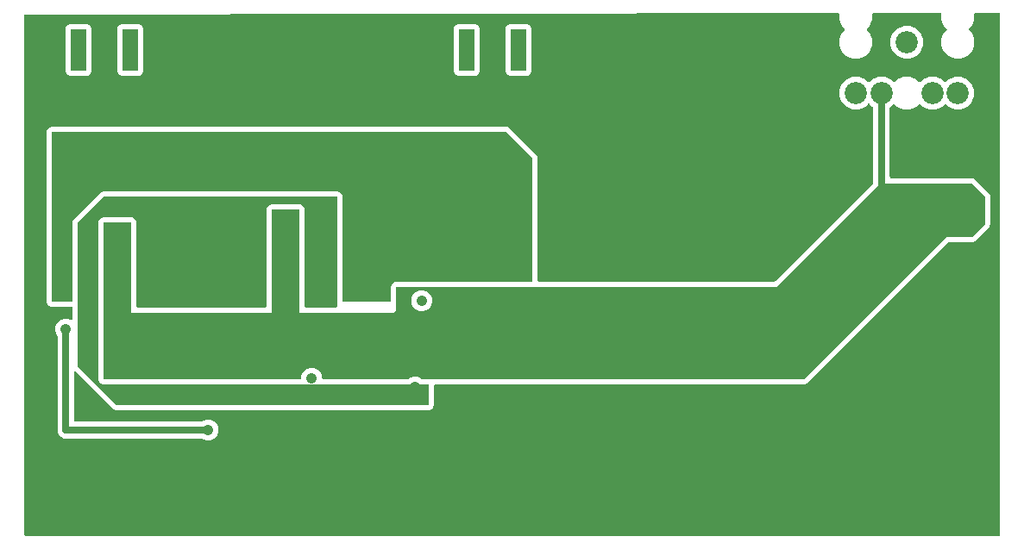
<source format=gbr>
G04 EAGLE Gerber RS-274X export*
G75*
%MOMM*%
%FSLAX34Y34*%
%LPD*%
%INBottom Copper*%
%IPPOS*%
%AMOC8*
5,1,8,0,0,1.08239X$1,22.5*%
G01*
%ADD10C,2.184400*%
%ADD11R,1.524000X4.064000*%
%ADD12C,1.041400*%
%ADD13C,0.635000*%

G36*
X966582Y10169D02*
X966582Y10169D01*
X966640Y10167D01*
X966722Y10189D01*
X966806Y10201D01*
X966859Y10224D01*
X966915Y10239D01*
X966988Y10282D01*
X967065Y10317D01*
X967110Y10355D01*
X967160Y10384D01*
X967218Y10446D01*
X967282Y10500D01*
X967314Y10549D01*
X967354Y10592D01*
X967393Y10667D01*
X967440Y10737D01*
X967457Y10793D01*
X967484Y10845D01*
X967495Y10913D01*
X967525Y11008D01*
X967528Y11108D01*
X967539Y11176D01*
X967539Y522720D01*
X967531Y522778D01*
X967532Y522837D01*
X967511Y522918D01*
X967499Y523001D01*
X967475Y523055D01*
X967460Y523112D01*
X967417Y523184D01*
X967383Y523260D01*
X967345Y523306D01*
X967315Y523356D01*
X967253Y523414D01*
X967200Y523477D01*
X967150Y523510D01*
X967107Y523551D01*
X967033Y523589D01*
X966963Y523635D01*
X966907Y523653D01*
X966854Y523680D01*
X966786Y523691D01*
X966692Y523721D01*
X966591Y523723D01*
X966523Y523735D01*
X943475Y523705D01*
X943417Y523697D01*
X943360Y523698D01*
X943277Y523677D01*
X943193Y523665D01*
X943140Y523641D01*
X943085Y523626D01*
X943012Y523583D01*
X942934Y523548D01*
X942890Y523511D01*
X942840Y523481D01*
X942782Y523419D01*
X942717Y523364D01*
X942685Y523316D01*
X942646Y523274D01*
X942607Y523198D01*
X942560Y523127D01*
X942543Y523072D01*
X942516Y523021D01*
X942505Y522952D01*
X942474Y522856D01*
X942472Y522757D01*
X942461Y522690D01*
X942461Y517085D01*
X940000Y511146D01*
X937373Y508518D01*
X937338Y508471D01*
X937295Y508431D01*
X937252Y508358D01*
X937202Y508291D01*
X937181Y508236D01*
X937151Y508186D01*
X937131Y508104D01*
X937101Y508025D01*
X937096Y507967D01*
X937081Y507910D01*
X937084Y507826D01*
X937077Y507742D01*
X937088Y507684D01*
X937090Y507626D01*
X937116Y507546D01*
X937133Y507463D01*
X937160Y507411D01*
X937178Y507355D01*
X937218Y507299D01*
X937264Y507211D01*
X937333Y507138D01*
X937373Y507082D01*
X940000Y504454D01*
X942461Y498515D01*
X942461Y492085D01*
X940000Y486146D01*
X935454Y481600D01*
X929515Y479139D01*
X923085Y479139D01*
X917146Y481600D01*
X912600Y486146D01*
X910139Y492085D01*
X910139Y498515D01*
X912600Y504454D01*
X915227Y507082D01*
X915262Y507129D01*
X915305Y507169D01*
X915348Y507242D01*
X915398Y507309D01*
X915419Y507364D01*
X915449Y507414D01*
X915469Y507496D01*
X915499Y507575D01*
X915504Y507633D01*
X915519Y507690D01*
X915516Y507774D01*
X915523Y507858D01*
X915512Y507916D01*
X915510Y507974D01*
X915484Y508054D01*
X915467Y508137D01*
X915440Y508189D01*
X915422Y508245D01*
X915382Y508301D01*
X915336Y508389D01*
X915267Y508462D01*
X915227Y508518D01*
X912600Y511146D01*
X910139Y517085D01*
X910139Y522645D01*
X910131Y522703D01*
X910132Y522763D01*
X910111Y522844D01*
X910099Y522926D01*
X910075Y522980D01*
X910060Y523038D01*
X910017Y523109D01*
X909983Y523186D01*
X909945Y523231D01*
X909915Y523282D01*
X909853Y523339D01*
X909800Y523403D01*
X909750Y523436D01*
X909707Y523476D01*
X909633Y523514D01*
X909563Y523560D01*
X909507Y523578D01*
X909454Y523605D01*
X909386Y523616D01*
X909292Y523646D01*
X909191Y523649D01*
X909123Y523660D01*
X843475Y523575D01*
X843417Y523567D01*
X843360Y523568D01*
X843277Y523547D01*
X843193Y523535D01*
X843140Y523511D01*
X843085Y523496D01*
X843012Y523453D01*
X842934Y523418D01*
X842890Y523381D01*
X842840Y523351D01*
X842782Y523289D01*
X842717Y523234D01*
X842685Y523186D01*
X842646Y523144D01*
X842607Y523068D01*
X842560Y522997D01*
X842543Y522942D01*
X842516Y522891D01*
X842505Y522822D01*
X842474Y522726D01*
X842472Y522627D01*
X842461Y522560D01*
X842461Y517085D01*
X840000Y511146D01*
X837373Y508518D01*
X837338Y508471D01*
X837295Y508431D01*
X837252Y508358D01*
X837202Y508291D01*
X837181Y508236D01*
X837151Y508186D01*
X837131Y508104D01*
X837101Y508025D01*
X837096Y507967D01*
X837081Y507910D01*
X837084Y507826D01*
X837077Y507742D01*
X837088Y507684D01*
X837090Y507626D01*
X837116Y507546D01*
X837133Y507463D01*
X837160Y507411D01*
X837178Y507355D01*
X837218Y507299D01*
X837264Y507211D01*
X837333Y507138D01*
X837373Y507082D01*
X840000Y504454D01*
X842461Y498515D01*
X842461Y492085D01*
X840000Y486146D01*
X835454Y481600D01*
X829515Y479139D01*
X823085Y479139D01*
X817146Y481600D01*
X812600Y486146D01*
X810139Y492085D01*
X810139Y498515D01*
X812600Y504454D01*
X815227Y507082D01*
X815262Y507129D01*
X815305Y507169D01*
X815348Y507242D01*
X815398Y507309D01*
X815419Y507364D01*
X815449Y507414D01*
X815469Y507496D01*
X815499Y507575D01*
X815504Y507633D01*
X815519Y507690D01*
X815516Y507774D01*
X815523Y507858D01*
X815512Y507916D01*
X815510Y507974D01*
X815484Y508054D01*
X815467Y508137D01*
X815440Y508189D01*
X815422Y508245D01*
X815382Y508301D01*
X815336Y508389D01*
X815267Y508462D01*
X815227Y508518D01*
X812600Y511146D01*
X810139Y517085D01*
X810139Y522515D01*
X810131Y522574D01*
X810132Y522633D01*
X810111Y522714D01*
X810099Y522797D01*
X810075Y522850D01*
X810060Y522908D01*
X810017Y522980D01*
X809983Y523056D01*
X809945Y523101D01*
X809915Y523152D01*
X809853Y523209D01*
X809800Y523273D01*
X809750Y523306D01*
X809707Y523346D01*
X809633Y523384D01*
X809563Y523431D01*
X809507Y523448D01*
X809454Y523475D01*
X809386Y523487D01*
X809292Y523516D01*
X809191Y523519D01*
X809123Y523530D01*
X11175Y522494D01*
X11117Y522486D01*
X11060Y522487D01*
X10977Y522466D01*
X10893Y522454D01*
X10840Y522430D01*
X10785Y522415D01*
X10712Y522372D01*
X10634Y522337D01*
X10590Y522300D01*
X10540Y522270D01*
X10482Y522208D01*
X10417Y522153D01*
X10385Y522105D01*
X10346Y522063D01*
X10307Y521987D01*
X10260Y521916D01*
X10243Y521861D01*
X10216Y521810D01*
X10205Y521741D01*
X10174Y521645D01*
X10172Y521546D01*
X10161Y521479D01*
X10161Y11176D01*
X10169Y11118D01*
X10167Y11060D01*
X10189Y10978D01*
X10201Y10894D01*
X10224Y10841D01*
X10239Y10785D01*
X10282Y10712D01*
X10317Y10635D01*
X10355Y10590D01*
X10384Y10540D01*
X10446Y10482D01*
X10500Y10418D01*
X10549Y10386D01*
X10592Y10346D01*
X10667Y10307D01*
X10737Y10260D01*
X10793Y10243D01*
X10845Y10216D01*
X10913Y10205D01*
X11008Y10175D01*
X11108Y10172D01*
X11176Y10161D01*
X966524Y10161D01*
X966582Y10169D01*
G37*
%LPC*%
G36*
X188454Y104012D02*
X188454Y104012D01*
X184672Y105579D01*
X184504Y105747D01*
X184434Y105799D01*
X184370Y105859D01*
X184321Y105885D01*
X184277Y105918D01*
X184195Y105949D01*
X184117Y105989D01*
X184070Y105997D01*
X184011Y106019D01*
X183863Y106031D01*
X183786Y106044D01*
X49158Y106044D01*
X46123Y107301D01*
X43801Y109623D01*
X42544Y112658D01*
X42544Y206606D01*
X42532Y206693D01*
X42529Y206780D01*
X42512Y206833D01*
X42504Y206888D01*
X42469Y206967D01*
X42442Y207051D01*
X42414Y207090D01*
X42388Y207147D01*
X42292Y207260D01*
X42247Y207324D01*
X42079Y207492D01*
X40512Y211274D01*
X40512Y215366D01*
X42079Y219148D01*
X44972Y222041D01*
X48754Y223608D01*
X52846Y223608D01*
X55999Y222302D01*
X56111Y222273D01*
X56220Y222238D01*
X56248Y222238D01*
X56275Y222231D01*
X56389Y222234D01*
X56504Y222231D01*
X56531Y222238D01*
X56559Y222239D01*
X56668Y222274D01*
X56779Y222303D01*
X56803Y222317D01*
X56830Y222325D01*
X56925Y222390D01*
X57024Y222448D01*
X57043Y222468D01*
X57066Y222484D01*
X57140Y222572D01*
X57218Y222655D01*
X57231Y222680D01*
X57249Y222701D01*
X57295Y222806D01*
X57348Y222909D01*
X57352Y222933D01*
X57364Y222961D01*
X57401Y223225D01*
X57403Y223240D01*
X57403Y234188D01*
X57395Y234246D01*
X57397Y234304D01*
X57375Y234386D01*
X57363Y234470D01*
X57340Y234523D01*
X57325Y234579D01*
X57282Y234652D01*
X57247Y234729D01*
X57209Y234774D01*
X57180Y234824D01*
X57118Y234882D01*
X57064Y234946D01*
X57015Y234978D01*
X56972Y235018D01*
X56897Y235057D01*
X56827Y235104D01*
X56771Y235121D01*
X56719Y235148D01*
X56651Y235159D01*
X56556Y235189D01*
X56456Y235192D01*
X56388Y235203D01*
X36887Y235203D01*
X34646Y236131D01*
X32931Y237846D01*
X32003Y240087D01*
X32003Y407613D01*
X32931Y409854D01*
X34646Y411569D01*
X36887Y412497D01*
X483813Y412497D01*
X486054Y411569D01*
X513169Y384454D01*
X514097Y382213D01*
X514097Y261112D01*
X514105Y261054D01*
X514103Y260996D01*
X514125Y260914D01*
X514137Y260830D01*
X514160Y260777D01*
X514175Y260721D01*
X514218Y260648D01*
X514253Y260571D01*
X514291Y260526D01*
X514320Y260476D01*
X514382Y260418D01*
X514436Y260354D01*
X514485Y260322D01*
X514528Y260282D01*
X514603Y260243D01*
X514673Y260196D01*
X514729Y260179D01*
X514781Y260152D01*
X514849Y260141D01*
X514944Y260111D01*
X515044Y260108D01*
X515112Y260097D01*
X746354Y260097D01*
X746441Y260109D01*
X746528Y260112D01*
X746581Y260129D01*
X746636Y260137D01*
X746715Y260172D01*
X746799Y260199D01*
X746838Y260227D01*
X746895Y260253D01*
X747008Y260349D01*
X747072Y260394D01*
X842747Y356069D01*
X842799Y356139D01*
X842859Y356203D01*
X842885Y356252D01*
X842918Y356296D01*
X842949Y356378D01*
X842989Y356456D01*
X842997Y356503D01*
X843019Y356562D01*
X843031Y356710D01*
X843044Y356787D01*
X843044Y430720D01*
X843044Y430722D01*
X843044Y430723D01*
X843024Y430864D01*
X843004Y431002D01*
X843004Y431003D01*
X843004Y431005D01*
X842946Y431132D01*
X842888Y431261D01*
X842887Y431262D01*
X842886Y431264D01*
X842795Y431371D01*
X842705Y431478D01*
X842703Y431479D01*
X842702Y431480D01*
X842689Y431488D01*
X842468Y431636D01*
X842439Y431645D01*
X842418Y431658D01*
X842235Y431734D01*
X839518Y434451D01*
X839471Y434486D01*
X839431Y434528D01*
X839358Y434571D01*
X839291Y434622D01*
X839236Y434643D01*
X839186Y434672D01*
X839104Y434693D01*
X839025Y434723D01*
X838967Y434728D01*
X838910Y434742D01*
X838826Y434740D01*
X838742Y434747D01*
X838684Y434735D01*
X838626Y434733D01*
X838546Y434707D01*
X838463Y434691D01*
X838411Y434664D01*
X838355Y434646D01*
X838299Y434606D01*
X838211Y434560D01*
X838138Y434491D01*
X838082Y434451D01*
X835365Y431734D01*
X829483Y429297D01*
X823117Y429297D01*
X817235Y431734D01*
X812734Y436235D01*
X810297Y442117D01*
X810297Y448483D01*
X812734Y454365D01*
X817235Y458866D01*
X823117Y461303D01*
X829483Y461303D01*
X835365Y458866D01*
X838082Y456149D01*
X838129Y456114D01*
X838169Y456072D01*
X838195Y456056D01*
X838212Y456040D01*
X838258Y456017D01*
X838309Y455978D01*
X838364Y455957D01*
X838414Y455928D01*
X838450Y455919D01*
X838465Y455911D01*
X838502Y455905D01*
X838575Y455877D01*
X838633Y455872D01*
X838690Y455858D01*
X838768Y455860D01*
X838796Y455855D01*
X838804Y455855D01*
X838815Y455857D01*
X838858Y455853D01*
X838916Y455865D01*
X838974Y455867D01*
X839044Y455889D01*
X839085Y455895D01*
X839100Y455902D01*
X839137Y455909D01*
X839189Y455936D01*
X839245Y455954D01*
X839292Y455988D01*
X839345Y456012D01*
X839362Y456026D01*
X839389Y456040D01*
X839462Y456109D01*
X839518Y456149D01*
X842235Y458866D01*
X848117Y461303D01*
X854483Y461303D01*
X860365Y458866D01*
X862970Y456261D01*
X863017Y456226D01*
X863057Y456183D01*
X863130Y456141D01*
X863198Y456090D01*
X863252Y456069D01*
X863303Y456040D01*
X863384Y456019D01*
X863463Y455989D01*
X863522Y455984D01*
X863578Y455970D01*
X863662Y455972D01*
X863747Y455965D01*
X863804Y455977D01*
X863862Y455979D01*
X863943Y456004D01*
X864025Y456021D01*
X864077Y456048D01*
X864133Y456066D01*
X864189Y456106D01*
X864278Y456152D01*
X864350Y456221D01*
X864406Y456261D01*
X867146Y459000D01*
X873085Y461461D01*
X879515Y461461D01*
X885454Y459000D01*
X888194Y456261D01*
X888241Y456226D01*
X888281Y456183D01*
X888354Y456141D01*
X888421Y456090D01*
X888476Y456069D01*
X888526Y456040D01*
X888608Y456019D01*
X888687Y455989D01*
X888745Y455984D01*
X888802Y455970D01*
X888886Y455972D01*
X888970Y455965D01*
X889027Y455977D01*
X889086Y455979D01*
X889166Y456004D01*
X889249Y456021D01*
X889301Y456048D01*
X889356Y456066D01*
X889413Y456106D01*
X889501Y456152D01*
X889573Y456221D01*
X889630Y456261D01*
X892235Y458866D01*
X898117Y461303D01*
X904483Y461303D01*
X910365Y458866D01*
X913082Y456149D01*
X913129Y456114D01*
X913169Y456072D01*
X913195Y456056D01*
X913212Y456040D01*
X913258Y456017D01*
X913309Y455978D01*
X913364Y455957D01*
X913414Y455928D01*
X913450Y455919D01*
X913465Y455911D01*
X913502Y455905D01*
X913575Y455877D01*
X913633Y455872D01*
X913690Y455858D01*
X913768Y455860D01*
X913796Y455855D01*
X913804Y455855D01*
X913815Y455857D01*
X913858Y455853D01*
X913916Y455865D01*
X913974Y455867D01*
X914044Y455889D01*
X914085Y455895D01*
X914100Y455902D01*
X914137Y455909D01*
X914189Y455936D01*
X914245Y455954D01*
X914291Y455988D01*
X914345Y456012D01*
X914362Y456026D01*
X914389Y456040D01*
X914462Y456109D01*
X914518Y456149D01*
X917235Y458866D01*
X923117Y461303D01*
X929483Y461303D01*
X935365Y458866D01*
X939866Y454365D01*
X942303Y448483D01*
X942303Y442117D01*
X939866Y436235D01*
X935365Y431734D01*
X929483Y429297D01*
X923117Y429297D01*
X917235Y431734D01*
X914518Y434451D01*
X914471Y434486D01*
X914431Y434528D01*
X914358Y434571D01*
X914291Y434622D01*
X914236Y434643D01*
X914186Y434672D01*
X914104Y434693D01*
X914025Y434723D01*
X913967Y434728D01*
X913910Y434742D01*
X913826Y434740D01*
X913742Y434747D01*
X913684Y434735D01*
X913626Y434733D01*
X913546Y434707D01*
X913463Y434691D01*
X913411Y434664D01*
X913355Y434646D01*
X913299Y434606D01*
X913211Y434560D01*
X913138Y434491D01*
X913082Y434451D01*
X910365Y431734D01*
X904483Y429297D01*
X898117Y429297D01*
X892235Y431734D01*
X889630Y434339D01*
X889583Y434374D01*
X889543Y434417D01*
X889470Y434459D01*
X889402Y434510D01*
X889348Y434531D01*
X889297Y434560D01*
X889216Y434581D01*
X889137Y434611D01*
X889078Y434616D01*
X889022Y434630D01*
X888938Y434628D01*
X888853Y434635D01*
X888796Y434623D01*
X888738Y434621D01*
X888657Y434596D01*
X888575Y434579D01*
X888523Y434552D01*
X888467Y434534D01*
X888411Y434494D01*
X888322Y434448D01*
X888250Y434379D01*
X888194Y434339D01*
X885454Y431600D01*
X879515Y429139D01*
X873085Y429139D01*
X867146Y431600D01*
X864406Y434339D01*
X864359Y434374D01*
X864319Y434417D01*
X864246Y434459D01*
X864179Y434510D01*
X864124Y434531D01*
X864074Y434560D01*
X863992Y434581D01*
X863913Y434611D01*
X863855Y434616D01*
X863798Y434630D01*
X863714Y434628D01*
X863630Y434635D01*
X863573Y434623D01*
X863514Y434621D01*
X863434Y434596D01*
X863351Y434579D01*
X863299Y434552D01*
X863244Y434534D01*
X863187Y434494D01*
X863099Y434448D01*
X863027Y434379D01*
X862970Y434339D01*
X860365Y431734D01*
X860182Y431658D01*
X860181Y431657D01*
X860180Y431657D01*
X860059Y431585D01*
X859938Y431514D01*
X859937Y431512D01*
X859935Y431512D01*
X859838Y431408D01*
X859742Y431307D01*
X859742Y431305D01*
X859741Y431304D01*
X859676Y431179D01*
X859612Y431054D01*
X859612Y431053D01*
X859611Y431051D01*
X859609Y431036D01*
X859557Y430775D01*
X859560Y430745D01*
X859556Y430720D01*
X859556Y362712D01*
X859564Y362654D01*
X859562Y362596D01*
X859584Y362514D01*
X859596Y362430D01*
X859619Y362377D01*
X859634Y362321D01*
X859677Y362248D01*
X859712Y362171D01*
X859750Y362126D01*
X859779Y362076D01*
X859841Y362018D01*
X859895Y361954D01*
X859944Y361922D01*
X859987Y361882D01*
X860062Y361843D01*
X860132Y361796D01*
X860188Y361779D01*
X860240Y361752D01*
X860308Y361741D01*
X860403Y361711D01*
X860503Y361708D01*
X860571Y361697D01*
X941013Y361697D01*
X943254Y360769D01*
X957669Y346354D01*
X958597Y344113D01*
X958597Y316287D01*
X957669Y314046D01*
X943254Y299631D01*
X941013Y298703D01*
X917346Y298703D01*
X917259Y298691D01*
X917172Y298688D01*
X917119Y298671D01*
X917064Y298663D01*
X916985Y298628D01*
X916901Y298601D01*
X916862Y298573D01*
X916805Y298547D01*
X916692Y298451D01*
X916628Y298406D01*
X778259Y160036D01*
X776018Y159108D01*
X413512Y159108D01*
X413454Y159100D01*
X413396Y159102D01*
X413314Y159080D01*
X413230Y159068D01*
X413177Y159044D01*
X413121Y159030D01*
X413048Y158987D01*
X412971Y158952D01*
X412926Y158914D01*
X412876Y158884D01*
X412818Y158823D01*
X412754Y158768D01*
X412722Y158720D01*
X412682Y158677D01*
X412643Y158602D01*
X412596Y158532D01*
X412579Y158476D01*
X412552Y158424D01*
X412541Y158356D01*
X412511Y158261D01*
X412508Y158161D01*
X412497Y158093D01*
X412497Y138487D01*
X411569Y136246D01*
X409854Y134531D01*
X407613Y133603D01*
X100387Y133603D01*
X98146Y134531D01*
X60789Y171889D01*
X60765Y171907D01*
X60746Y171929D01*
X60652Y171992D01*
X60562Y172060D01*
X60534Y172070D01*
X60510Y172087D01*
X60402Y172121D01*
X60296Y172161D01*
X60267Y172164D01*
X60239Y172172D01*
X60125Y172175D01*
X60013Y172185D01*
X59984Y172179D01*
X59955Y172180D01*
X59845Y172151D01*
X59734Y172129D01*
X59708Y172115D01*
X59680Y172108D01*
X59582Y172050D01*
X59482Y171998D01*
X59460Y171978D01*
X59435Y171963D01*
X59358Y171880D01*
X59276Y171802D01*
X59261Y171777D01*
X59241Y171755D01*
X59189Y171655D01*
X59132Y171557D01*
X59125Y171528D01*
X59111Y171502D01*
X59098Y171425D01*
X59062Y171281D01*
X59064Y171219D01*
X59056Y171171D01*
X59056Y123571D01*
X59064Y123513D01*
X59062Y123455D01*
X59084Y123373D01*
X59096Y123289D01*
X59119Y123236D01*
X59134Y123180D01*
X59177Y123107D01*
X59212Y123030D01*
X59250Y122985D01*
X59279Y122935D01*
X59341Y122877D01*
X59395Y122813D01*
X59444Y122781D01*
X59487Y122741D01*
X59562Y122702D01*
X59632Y122655D01*
X59688Y122638D01*
X59740Y122611D01*
X59808Y122600D01*
X59903Y122570D01*
X60003Y122567D01*
X60071Y122556D01*
X183786Y122556D01*
X183873Y122568D01*
X183960Y122571D01*
X184013Y122588D01*
X184068Y122596D01*
X184147Y122631D01*
X184231Y122658D01*
X184270Y122686D01*
X184327Y122712D01*
X184440Y122808D01*
X184504Y122853D01*
X184672Y123021D01*
X188454Y124588D01*
X192546Y124588D01*
X196328Y123021D01*
X199221Y120128D01*
X200788Y116346D01*
X200788Y112254D01*
X199221Y108472D01*
X196328Y105579D01*
X192546Y104012D01*
X188454Y104012D01*
G37*
%LPD*%
G36*
X280855Y164198D02*
X280855Y164198D01*
X280913Y164196D01*
X280995Y164218D01*
X281079Y164230D01*
X281132Y164253D01*
X281188Y164268D01*
X281261Y164311D01*
X281338Y164346D01*
X281383Y164384D01*
X281433Y164413D01*
X281491Y164475D01*
X281555Y164529D01*
X281587Y164578D01*
X281627Y164621D01*
X281666Y164696D01*
X281713Y164766D01*
X281730Y164822D01*
X281757Y164874D01*
X281768Y164942D01*
X281798Y165037D01*
X281801Y165137D01*
X281812Y165205D01*
X281812Y167146D01*
X283379Y170928D01*
X286272Y173821D01*
X290054Y175388D01*
X294146Y175388D01*
X297928Y173821D01*
X300821Y170928D01*
X302388Y167146D01*
X302388Y165205D01*
X302396Y165147D01*
X302394Y165089D01*
X302416Y165007D01*
X302428Y164923D01*
X302451Y164870D01*
X302466Y164814D01*
X302509Y164741D01*
X302544Y164664D01*
X302582Y164619D01*
X302611Y164569D01*
X302673Y164511D01*
X302727Y164447D01*
X302776Y164415D01*
X302819Y164375D01*
X302894Y164336D01*
X302964Y164289D01*
X303020Y164272D01*
X303072Y164245D01*
X303140Y164234D01*
X303235Y164204D01*
X303335Y164201D01*
X303403Y164190D01*
X386710Y164190D01*
X386797Y164202D01*
X386884Y164205D01*
X386937Y164222D01*
X386992Y164230D01*
X387071Y164265D01*
X387155Y164292D01*
X387194Y164320D01*
X387251Y164346D01*
X387364Y164442D01*
X387428Y164487D01*
X387872Y164931D01*
X391654Y166498D01*
X395746Y166498D01*
X399528Y164931D01*
X399972Y164487D01*
X400042Y164435D01*
X400106Y164375D01*
X400155Y164349D01*
X400199Y164316D01*
X400281Y164285D01*
X400359Y164245D01*
X400406Y164237D01*
X400465Y164215D01*
X400613Y164203D01*
X400690Y164190D01*
X774805Y164190D01*
X774892Y164202D01*
X774979Y164205D01*
X775032Y164222D01*
X775086Y164230D01*
X775166Y164265D01*
X775250Y164292D01*
X775289Y164320D01*
X775346Y164346D01*
X775459Y164442D01*
X775523Y164487D01*
X914821Y303785D01*
X939800Y303785D01*
X939887Y303797D01*
X939974Y303800D01*
X940027Y303817D01*
X940082Y303825D01*
X940161Y303860D01*
X940245Y303887D01*
X940284Y303915D01*
X940341Y303941D01*
X940454Y304037D01*
X940518Y304082D01*
X953218Y316782D01*
X953233Y316802D01*
X953250Y316817D01*
X953282Y316864D01*
X953330Y316916D01*
X953356Y316965D01*
X953389Y317009D01*
X953403Y317045D01*
X953408Y317054D01*
X953419Y317090D01*
X953420Y317091D01*
X953460Y317169D01*
X953468Y317217D01*
X953490Y317275D01*
X953502Y317423D01*
X953515Y317500D01*
X953515Y342900D01*
X953508Y342954D01*
X953509Y342990D01*
X953502Y343015D01*
X953500Y343074D01*
X953483Y343127D01*
X953475Y343182D01*
X953440Y343261D01*
X953413Y343345D01*
X953385Y343384D01*
X953359Y343441D01*
X953263Y343554D01*
X953218Y343618D01*
X940518Y356318D01*
X940448Y356370D01*
X940384Y356430D01*
X940335Y356456D01*
X940291Y356489D01*
X940209Y356520D01*
X940131Y356560D01*
X940084Y356568D01*
X940025Y356590D01*
X939877Y356602D01*
X939800Y356615D01*
X850900Y356615D01*
X850813Y356603D01*
X850726Y356600D01*
X850673Y356583D01*
X850619Y356575D01*
X850539Y356540D01*
X850455Y356513D01*
X850416Y356485D01*
X850359Y356459D01*
X850246Y356363D01*
X850182Y356318D01*
X748880Y255015D01*
X376093Y255015D01*
X376039Y255008D01*
X375985Y255009D01*
X375899Y254988D01*
X375812Y254975D01*
X375762Y254953D01*
X375709Y254940D01*
X375633Y254895D01*
X375552Y254859D01*
X375511Y254824D01*
X375463Y254796D01*
X375403Y254732D01*
X375335Y254676D01*
X375305Y254630D01*
X375267Y254590D01*
X375227Y254512D01*
X375178Y254439D01*
X375161Y254387D01*
X375136Y254338D01*
X375124Y254268D01*
X375092Y254168D01*
X375090Y254073D01*
X375078Y254008D01*
X374908Y231564D01*
X372960Y229615D01*
X280415Y229615D01*
X280415Y330200D01*
X280407Y330258D01*
X280409Y330316D01*
X280387Y330398D01*
X280375Y330482D01*
X280352Y330535D01*
X280337Y330591D01*
X280294Y330664D01*
X280259Y330741D01*
X280221Y330786D01*
X280192Y330836D01*
X280130Y330894D01*
X280076Y330958D01*
X280027Y330990D01*
X279984Y331030D01*
X279909Y331069D01*
X279839Y331116D01*
X279783Y331133D01*
X279731Y331160D01*
X279663Y331171D01*
X279568Y331201D01*
X279468Y331204D01*
X279400Y331215D01*
X254000Y331215D01*
X253942Y331207D01*
X253884Y331209D01*
X253802Y331187D01*
X253719Y331175D01*
X253665Y331152D01*
X253609Y331137D01*
X253536Y331094D01*
X253459Y331059D01*
X253414Y331021D01*
X253364Y330992D01*
X253306Y330930D01*
X253242Y330876D01*
X253210Y330827D01*
X253170Y330784D01*
X253131Y330709D01*
X253085Y330639D01*
X253067Y330583D01*
X253040Y330531D01*
X253029Y330463D01*
X252999Y330368D01*
X252996Y330268D01*
X252985Y330200D01*
X252985Y229615D01*
X115315Y229615D01*
X115315Y317500D01*
X115307Y317557D01*
X115309Y317609D01*
X115308Y317610D01*
X115309Y317616D01*
X115287Y317698D01*
X115275Y317782D01*
X115252Y317835D01*
X115237Y317891D01*
X115194Y317964D01*
X115159Y318041D01*
X115121Y318086D01*
X115092Y318136D01*
X115030Y318194D01*
X114976Y318258D01*
X114927Y318290D01*
X114884Y318330D01*
X114809Y318369D01*
X114739Y318416D01*
X114683Y318433D01*
X114631Y318460D01*
X114563Y318471D01*
X114468Y318501D01*
X114368Y318504D01*
X114300Y318515D01*
X88900Y318515D01*
X88842Y318507D01*
X88784Y318509D01*
X88702Y318487D01*
X88619Y318475D01*
X88565Y318452D01*
X88509Y318437D01*
X88436Y318394D01*
X88359Y318359D01*
X88314Y318321D01*
X88264Y318292D01*
X88206Y318230D01*
X88142Y318176D01*
X88110Y318127D01*
X88070Y318084D01*
X88031Y318009D01*
X87985Y317939D01*
X87967Y317883D01*
X87940Y317831D01*
X87929Y317763D01*
X87899Y317668D01*
X87896Y317568D01*
X87885Y317500D01*
X87885Y165205D01*
X87893Y165147D01*
X87891Y165089D01*
X87913Y165007D01*
X87925Y164923D01*
X87949Y164870D01*
X87963Y164814D01*
X88006Y164741D01*
X88041Y164664D01*
X88079Y164619D01*
X88109Y164569D01*
X88170Y164511D01*
X88225Y164447D01*
X88273Y164415D01*
X88316Y164375D01*
X88391Y164336D01*
X88461Y164289D01*
X88517Y164272D01*
X88569Y164245D01*
X88637Y164234D01*
X88732Y164204D01*
X88832Y164201D01*
X88900Y164190D01*
X280797Y164190D01*
X280855Y164198D01*
G37*
G36*
X56446Y240293D02*
X56446Y240293D01*
X56504Y240291D01*
X56586Y240313D01*
X56670Y240325D01*
X56723Y240349D01*
X56779Y240363D01*
X56852Y240406D01*
X56929Y240441D01*
X56974Y240479D01*
X57024Y240509D01*
X57082Y240570D01*
X57146Y240625D01*
X57178Y240673D01*
X57218Y240716D01*
X57257Y240791D01*
X57304Y240861D01*
X57321Y240917D01*
X57348Y240969D01*
X57359Y241037D01*
X57389Y241132D01*
X57392Y241232D01*
X57403Y241300D01*
X57403Y318713D01*
X58331Y320954D01*
X85446Y348069D01*
X87687Y348997D01*
X317443Y348997D01*
X319684Y348069D01*
X321399Y346354D01*
X322327Y344113D01*
X322327Y241300D01*
X322335Y241242D01*
X322333Y241184D01*
X322355Y241102D01*
X322367Y241019D01*
X322390Y240965D01*
X322405Y240909D01*
X322448Y240836D01*
X322483Y240759D01*
X322521Y240714D01*
X322550Y240664D01*
X322612Y240606D01*
X322666Y240542D01*
X322715Y240510D01*
X322758Y240470D01*
X322833Y240431D01*
X322903Y240385D01*
X322959Y240367D01*
X323011Y240340D01*
X323079Y240329D01*
X323174Y240299D01*
X323274Y240296D01*
X323342Y240285D01*
X368885Y240285D01*
X368939Y240292D01*
X368994Y240291D01*
X369079Y240312D01*
X369166Y240325D01*
X369216Y240347D01*
X369269Y240360D01*
X369345Y240405D01*
X369426Y240441D01*
X369467Y240476D01*
X369515Y240504D01*
X369575Y240568D01*
X369643Y240625D01*
X369673Y240670D01*
X369711Y240710D01*
X369751Y240788D01*
X369800Y240861D01*
X369817Y240913D01*
X369842Y240962D01*
X369854Y241032D01*
X369886Y241132D01*
X369888Y241227D01*
X369900Y241292D01*
X369996Y254021D01*
X369996Y254025D01*
X369996Y254029D01*
X369996Y255237D01*
X370468Y256350D01*
X370469Y256355D01*
X370471Y256358D01*
X370934Y257476D01*
X371795Y258324D01*
X371798Y258328D01*
X371801Y258330D01*
X372657Y259186D01*
X373777Y259640D01*
X373781Y259642D01*
X373785Y259643D01*
X374903Y260106D01*
X376112Y260097D01*
X376117Y260097D01*
X376120Y260097D01*
X508000Y260097D01*
X508058Y260105D01*
X508116Y260103D01*
X508198Y260125D01*
X508282Y260137D01*
X508335Y260160D01*
X508391Y260175D01*
X508464Y260218D01*
X508541Y260253D01*
X508586Y260291D01*
X508636Y260320D01*
X508694Y260382D01*
X508758Y260436D01*
X508790Y260485D01*
X508830Y260528D01*
X508869Y260603D01*
X508916Y260673D01*
X508933Y260729D01*
X508960Y260781D01*
X508971Y260849D01*
X509001Y260944D01*
X509004Y261044D01*
X509015Y261112D01*
X509015Y381000D01*
X509003Y381087D01*
X509000Y381174D01*
X508983Y381227D01*
X508975Y381282D01*
X508940Y381361D01*
X508913Y381445D01*
X508885Y381484D01*
X508859Y381541D01*
X508763Y381654D01*
X508718Y381718D01*
X483318Y407118D01*
X483248Y407170D01*
X483184Y407230D01*
X483135Y407256D01*
X483091Y407289D01*
X483009Y407320D01*
X482931Y407360D01*
X482884Y407368D01*
X482825Y407390D01*
X482677Y407402D01*
X482600Y407415D01*
X38100Y407415D01*
X38042Y407407D01*
X37984Y407409D01*
X37902Y407387D01*
X37819Y407375D01*
X37765Y407352D01*
X37709Y407337D01*
X37636Y407294D01*
X37559Y407259D01*
X37514Y407221D01*
X37464Y407192D01*
X37406Y407130D01*
X37342Y407076D01*
X37310Y407027D01*
X37270Y406984D01*
X37231Y406909D01*
X37185Y406839D01*
X37167Y406783D01*
X37140Y406731D01*
X37129Y406663D01*
X37099Y406568D01*
X37096Y406468D01*
X37085Y406400D01*
X37085Y241300D01*
X37093Y241242D01*
X37091Y241184D01*
X37113Y241102D01*
X37125Y241019D01*
X37149Y240965D01*
X37163Y240909D01*
X37206Y240836D01*
X37241Y240759D01*
X37279Y240714D01*
X37309Y240664D01*
X37370Y240606D01*
X37425Y240542D01*
X37473Y240510D01*
X37516Y240470D01*
X37591Y240431D01*
X37661Y240385D01*
X37717Y240367D01*
X37769Y240340D01*
X37837Y240329D01*
X37932Y240299D01*
X38032Y240296D01*
X38100Y240285D01*
X56388Y240285D01*
X56446Y240293D01*
G37*
G36*
X406458Y138693D02*
X406458Y138693D01*
X406516Y138691D01*
X406598Y138713D01*
X406682Y138725D01*
X406735Y138749D01*
X406791Y138763D01*
X406864Y138806D01*
X406941Y138841D01*
X406986Y138879D01*
X407036Y138909D01*
X407094Y138970D01*
X407158Y139025D01*
X407190Y139073D01*
X407230Y139116D01*
X407269Y139191D01*
X407316Y139261D01*
X407333Y139317D01*
X407360Y139369D01*
X407371Y139437D01*
X407401Y139532D01*
X407404Y139632D01*
X407415Y139700D01*
X407415Y158093D01*
X407407Y158151D01*
X407409Y158209D01*
X407387Y158291D01*
X407375Y158374D01*
X407352Y158428D01*
X407337Y158484D01*
X407294Y158557D01*
X407259Y158634D01*
X407221Y158679D01*
X407192Y158729D01*
X407130Y158787D01*
X407076Y158851D01*
X407027Y158883D01*
X406984Y158923D01*
X406909Y158962D01*
X406839Y159008D01*
X406783Y159026D01*
X406731Y159053D01*
X406663Y159064D01*
X406568Y159094D01*
X406468Y159097D01*
X406400Y159108D01*
X87687Y159108D01*
X85446Y160036D01*
X83731Y161751D01*
X82803Y163992D01*
X82803Y318713D01*
X83731Y320954D01*
X85446Y322669D01*
X87687Y323597D01*
X115513Y323597D01*
X117754Y322669D01*
X119469Y320954D01*
X120397Y318713D01*
X120397Y235712D01*
X120405Y235654D01*
X120403Y235596D01*
X120425Y235514D01*
X120437Y235430D01*
X120460Y235377D01*
X120475Y235321D01*
X120518Y235248D01*
X120553Y235171D01*
X120591Y235126D01*
X120620Y235076D01*
X120682Y235018D01*
X120736Y234954D01*
X120785Y234922D01*
X120828Y234882D01*
X120903Y234843D01*
X120973Y234796D01*
X121029Y234779D01*
X121081Y234752D01*
X121149Y234741D01*
X121244Y234711D01*
X121344Y234708D01*
X121412Y234697D01*
X246888Y234697D01*
X246946Y234705D01*
X247004Y234703D01*
X247086Y234725D01*
X247170Y234737D01*
X247223Y234760D01*
X247279Y234775D01*
X247352Y234818D01*
X247429Y234853D01*
X247474Y234891D01*
X247524Y234920D01*
X247582Y234982D01*
X247646Y235036D01*
X247678Y235085D01*
X247718Y235128D01*
X247757Y235203D01*
X247804Y235273D01*
X247821Y235329D01*
X247848Y235381D01*
X247859Y235449D01*
X247889Y235544D01*
X247892Y235644D01*
X247903Y235712D01*
X247903Y331413D01*
X248831Y333654D01*
X250546Y335369D01*
X252787Y336297D01*
X280613Y336297D01*
X282854Y335369D01*
X284569Y333654D01*
X285497Y331413D01*
X285497Y235712D01*
X285505Y235654D01*
X285503Y235596D01*
X285525Y235514D01*
X285537Y235430D01*
X285560Y235377D01*
X285575Y235321D01*
X285618Y235248D01*
X285653Y235171D01*
X285691Y235126D01*
X285720Y235076D01*
X285782Y235018D01*
X285836Y234954D01*
X285885Y234922D01*
X285928Y234882D01*
X286003Y234843D01*
X286073Y234796D01*
X286129Y234779D01*
X286181Y234752D01*
X286249Y234741D01*
X286344Y234711D01*
X286444Y234708D01*
X286512Y234697D01*
X316230Y234697D01*
X316288Y234705D01*
X316346Y234703D01*
X316428Y234725D01*
X316512Y234737D01*
X316565Y234760D01*
X316621Y234775D01*
X316694Y234818D01*
X316771Y234853D01*
X316816Y234891D01*
X316866Y234920D01*
X316924Y234982D01*
X316988Y235036D01*
X317020Y235085D01*
X317060Y235128D01*
X317099Y235203D01*
X317146Y235273D01*
X317163Y235329D01*
X317190Y235381D01*
X317201Y235449D01*
X317231Y235544D01*
X317234Y235644D01*
X317245Y235712D01*
X317245Y342900D01*
X317237Y342958D01*
X317239Y343016D01*
X317217Y343098D01*
X317205Y343182D01*
X317182Y343235D01*
X317167Y343291D01*
X317124Y343364D01*
X317089Y343441D01*
X317051Y343486D01*
X317022Y343536D01*
X316960Y343594D01*
X316906Y343658D01*
X316857Y343690D01*
X316814Y343730D01*
X316739Y343769D01*
X316669Y343816D01*
X316613Y343833D01*
X316561Y343860D01*
X316493Y343871D01*
X316398Y343901D01*
X316298Y343904D01*
X316230Y343915D01*
X88900Y343915D01*
X88813Y343903D01*
X88726Y343900D01*
X88673Y343883D01*
X88619Y343875D01*
X88539Y343840D01*
X88455Y343813D01*
X88416Y343785D01*
X88359Y343759D01*
X88246Y343663D01*
X88182Y343618D01*
X62782Y318218D01*
X62730Y318148D01*
X62670Y318084D01*
X62644Y318035D01*
X62611Y317991D01*
X62580Y317909D01*
X62540Y317831D01*
X62532Y317784D01*
X62510Y317725D01*
X62498Y317577D01*
X62485Y317500D01*
X62485Y177800D01*
X62497Y177713D01*
X62500Y177626D01*
X62517Y177573D01*
X62525Y177519D01*
X62560Y177439D01*
X62587Y177355D01*
X62615Y177316D01*
X62641Y177259D01*
X62737Y177146D01*
X62782Y177082D01*
X100882Y138982D01*
X100952Y138930D01*
X101016Y138870D01*
X101065Y138844D01*
X101109Y138811D01*
X101191Y138780D01*
X101269Y138740D01*
X101317Y138732D01*
X101375Y138710D01*
X101523Y138698D01*
X101600Y138685D01*
X406400Y138685D01*
X406458Y138693D01*
G37*
%LPC*%
G36*
X54869Y462279D02*
X54869Y462279D01*
X53002Y463053D01*
X51573Y464482D01*
X50799Y466349D01*
X50799Y509011D01*
X51573Y510878D01*
X53002Y512307D01*
X54869Y513081D01*
X72131Y513081D01*
X73998Y512307D01*
X75427Y510878D01*
X76201Y509011D01*
X76201Y466349D01*
X75427Y464482D01*
X73998Y463053D01*
X72131Y462279D01*
X54869Y462279D01*
G37*
%LPD*%
%LPC*%
G36*
X105669Y462279D02*
X105669Y462279D01*
X103802Y463053D01*
X102373Y464482D01*
X101599Y466349D01*
X101599Y509011D01*
X102373Y510878D01*
X103802Y512307D01*
X105669Y513081D01*
X122931Y513081D01*
X124798Y512307D01*
X126227Y510878D01*
X127001Y509011D01*
X127001Y466349D01*
X126227Y464482D01*
X124798Y463053D01*
X122931Y462279D01*
X105669Y462279D01*
G37*
%LPD*%
%LPC*%
G36*
X435869Y462279D02*
X435869Y462279D01*
X434002Y463053D01*
X432573Y464482D01*
X431799Y466349D01*
X431799Y509011D01*
X432573Y510878D01*
X434002Y512307D01*
X435869Y513081D01*
X453131Y513081D01*
X454998Y512307D01*
X456427Y510878D01*
X457201Y509011D01*
X457201Y466349D01*
X456427Y464482D01*
X454998Y463053D01*
X453131Y462279D01*
X435869Y462279D01*
G37*
%LPD*%
%LPC*%
G36*
X486669Y462279D02*
X486669Y462279D01*
X484802Y463053D01*
X483373Y464482D01*
X482599Y466349D01*
X482599Y509011D01*
X483373Y510878D01*
X484802Y512307D01*
X486669Y513081D01*
X503931Y513081D01*
X505798Y512307D01*
X507227Y510878D01*
X508001Y509011D01*
X508001Y466349D01*
X507227Y464482D01*
X505798Y463053D01*
X503931Y462279D01*
X486669Y462279D01*
G37*
%LPD*%
%LPC*%
G36*
X873117Y479297D02*
X873117Y479297D01*
X867235Y481734D01*
X862734Y486235D01*
X860297Y492117D01*
X860297Y498483D01*
X862734Y504365D01*
X867235Y508866D01*
X873117Y511303D01*
X879483Y511303D01*
X885365Y508866D01*
X889866Y504365D01*
X892303Y498483D01*
X892303Y492117D01*
X889866Y486235D01*
X885365Y481734D01*
X879483Y479297D01*
X873117Y479297D01*
G37*
%LPD*%
%LPC*%
G36*
X398004Y231012D02*
X398004Y231012D01*
X394222Y232579D01*
X391329Y235472D01*
X389762Y239254D01*
X389762Y243346D01*
X391329Y247128D01*
X394222Y250021D01*
X398004Y251588D01*
X402096Y251588D01*
X405878Y250021D01*
X408771Y247128D01*
X410338Y243346D01*
X410338Y239254D01*
X408771Y235472D01*
X405878Y232579D01*
X402096Y231012D01*
X398004Y231012D01*
G37*
%LPD*%
D10*
X876300Y495300D03*
X901300Y445300D03*
X926300Y445300D03*
X851300Y445300D03*
X826300Y445300D03*
D11*
X114300Y487680D03*
X63500Y487680D03*
X495300Y487680D03*
X444500Y487680D03*
D12*
X467360Y285750D03*
X332740Y250190D03*
X400050Y241300D03*
X381300Y330200D03*
X50800Y254000D03*
X329454Y266850D03*
X309880Y209550D03*
X104267Y304800D03*
X330200Y190500D03*
X270510Y285750D03*
D13*
X851300Y342900D02*
X851300Y445300D01*
D12*
X292100Y165100D03*
X393700Y156210D03*
X203200Y330200D03*
X50800Y213320D03*
X190500Y114300D03*
D13*
X50800Y114300D02*
X50800Y213320D01*
X50800Y114300D02*
X190500Y114300D01*
M02*

</source>
